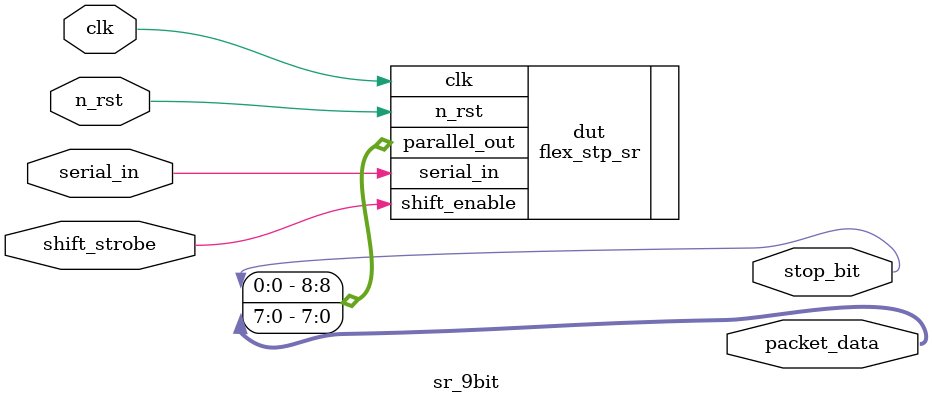
<source format=sv>

module sr_9bit(
input logic clk,
input logic n_rst,
input logic shift_strobe,
input logic serial_in,
output logic [7:0] packet_data,
output logic stop_bit
);


flex_stp_sr #(9) dut(.clk(clk),.n_rst(n_rst),.shift_enable(shift_strobe),.serial_in(serial_in),.parallel_out({stop_bit,packet_data}));



endmodule

</source>
